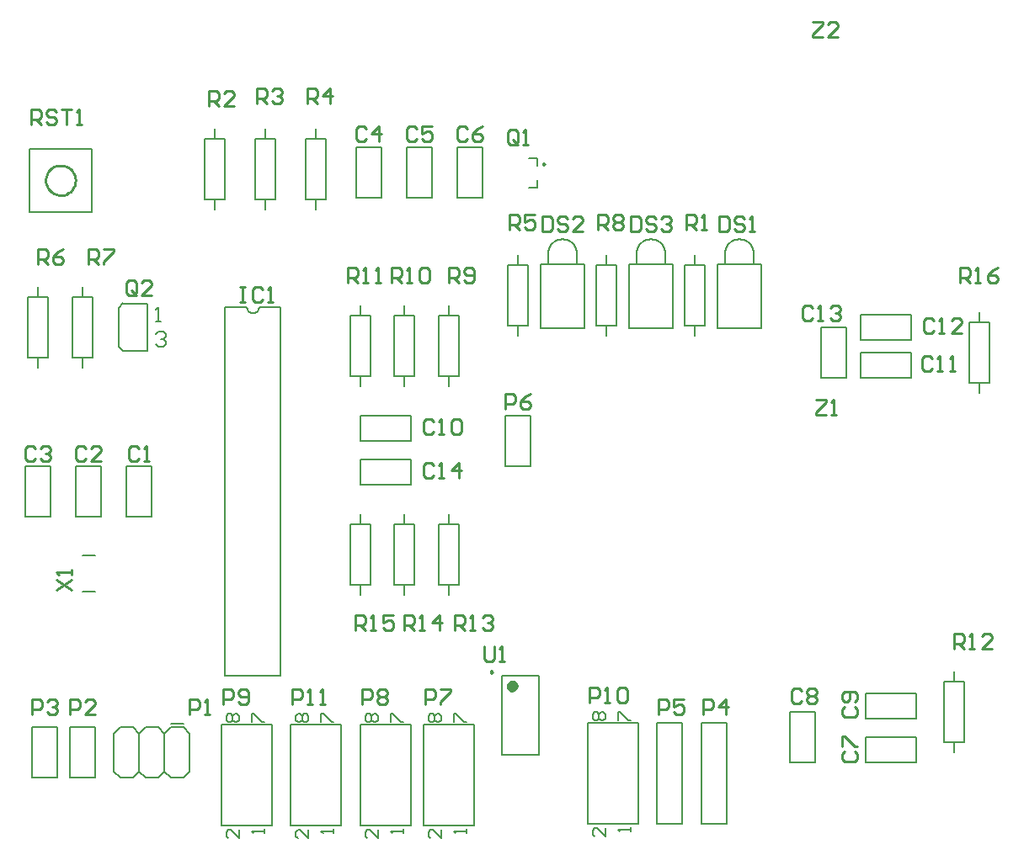
<source format=gto>
G04*
G04 #@! TF.GenerationSoftware,Altium Limited,Altium Designer,19.0.10 (269)*
G04*
G04 Layer_Color=65535*
%FSLAX24Y24*%
%MOIN*%
G70*
G01*
G75*
%ADD10C,0.0098*%
%ADD11C,0.0050*%
%ADD12C,0.0100*%
%ADD13C,0.0236*%
%ADD14C,0.0079*%
%ADD15C,0.0080*%
%ADD16C,0.0059*%
D10*
X21043Y29459D02*
X20969Y29501D01*
Y29416D01*
X21043Y29459D01*
X18976Y9346D02*
X18903Y9389D01*
Y9304D01*
X18976Y9346D01*
D11*
X29321Y25915D02*
X29312Y26014D01*
X29286Y26111D01*
X29244Y26201D01*
X29187Y26282D01*
X29117Y26353D01*
X29035Y26410D01*
X28945Y26452D01*
X28849Y26478D01*
X28750Y26486D01*
X28651Y26478D01*
X28555Y26452D01*
X28465Y26410D01*
X28383Y26353D01*
X28313Y26282D01*
X28256Y26201D01*
X28214Y26111D01*
X28188Y26014D01*
X28179Y25915D01*
X9250Y23800D02*
X9269Y23704D01*
X9323Y23623D01*
X9404Y23569D01*
X9500Y23550D01*
X9596Y23569D01*
X9677Y23623D01*
X9731Y23704D01*
X9750Y23800D01*
X22321Y25915D02*
X22312Y26014D01*
X22286Y26111D01*
X22244Y26201D01*
X22187Y26282D01*
X22117Y26353D01*
X22035Y26410D01*
X21945Y26452D01*
X21849Y26478D01*
X21750Y26486D01*
X21651Y26478D01*
X21555Y26452D01*
X21465Y26410D01*
X21383Y26353D01*
X21313Y26282D01*
X21256Y26201D01*
X21214Y26111D01*
X21188Y26014D01*
X21179Y25915D01*
X25821D02*
X25812Y26014D01*
X25786Y26111D01*
X25744Y26201D01*
X25687Y26282D01*
X25617Y26353D01*
X25535Y26410D01*
X25445Y26452D01*
X25349Y26478D01*
X25250Y26486D01*
X25151Y26478D01*
X25055Y26452D01*
X24965Y26410D01*
X24883Y26353D01*
X24813Y26282D01*
X24756Y26201D01*
X24714Y26111D01*
X24688Y26014D01*
X24679Y25915D01*
X27884Y22963D02*
X29616D01*
X27884D02*
Y25482D01*
X29616D01*
Y22963D02*
Y25482D01*
X28179D02*
Y25915D01*
X29321Y25482D02*
Y25915D01*
X8400Y9200D02*
X10600D01*
Y23800D01*
X9750D02*
X10600D01*
X8400Y9200D02*
Y23800D01*
X9250D01*
X20884Y22963D02*
X22616D01*
X20884D02*
Y25482D01*
X22616D01*
Y22963D02*
Y25482D01*
X21179D02*
Y25915D01*
X22321Y25482D02*
Y25915D01*
X24384Y22963D02*
X26116D01*
X24384D02*
Y25482D01*
X26116D01*
Y22963D02*
Y25482D01*
X24679D02*
Y25915D01*
X25821Y25482D02*
Y25915D01*
D12*
X2472Y28825D02*
X2464Y28925D01*
X2439Y29022D01*
X2397Y29113D01*
X2341Y29196D01*
X2272Y29268D01*
X2192Y29328D01*
X2102Y29373D01*
X2006Y29402D01*
X1907Y29415D01*
X1807Y29411D01*
X1709Y29389D01*
X1616Y29352D01*
X1531Y29300D01*
X1456Y29233D01*
X1393Y29155D01*
X1344Y29068D01*
X1310Y28974D01*
X1293Y28875D01*
Y28775D01*
X1310Y28676D01*
X1344Y28582D01*
X1393Y28494D01*
X1456Y28416D01*
X1531Y28350D01*
X1616Y28297D01*
X1709Y28260D01*
X1807Y28239D01*
X1907Y28235D01*
X2006Y28248D01*
X2102Y28277D01*
X2192Y28322D01*
X2272Y28381D01*
X2341Y28454D01*
X2397Y28537D01*
X2439Y28628D01*
X2464Y28725D01*
X2472Y28825D01*
X31666Y35113D02*
X32066D01*
Y35013D01*
X31666Y34613D01*
Y34513D01*
X32066D01*
X32666D02*
X32266D01*
X32666Y34913D01*
Y35013D01*
X32566Y35113D01*
X32366D01*
X32266Y35013D01*
X31774Y20142D02*
X32174D01*
Y20042D01*
X31774Y19642D01*
Y19542D01*
X32174D01*
X32374D02*
X32574D01*
X32474D01*
Y20142D01*
X32374Y20042D01*
X1725Y12599D02*
X2325Y12999D01*
X1725D02*
X2325Y12599D01*
Y13199D02*
Y13399D01*
Y13299D01*
X1725D01*
X1825Y13199D01*
X18644Y10349D02*
Y9849D01*
X18744Y9749D01*
X18943D01*
X19043Y9849D01*
Y10349D01*
X19243Y9749D02*
X19443D01*
X19343D01*
Y10349D01*
X19243Y10249D01*
X707Y31040D02*
Y31640D01*
X1007D01*
X1107Y31540D01*
Y31340D01*
X1007Y31240D01*
X707D01*
X907D02*
X1107Y31040D01*
X1707Y31540D02*
X1607Y31640D01*
X1407D01*
X1307Y31540D01*
Y31440D01*
X1407Y31340D01*
X1607D01*
X1707Y31240D01*
Y31140D01*
X1607Y31040D01*
X1407D01*
X1307Y31140D01*
X1907Y31640D02*
X2306D01*
X2106D01*
Y31040D01*
X2506D02*
X2706D01*
X2606D01*
Y31640D01*
X2506Y31540D01*
X37500Y24750D02*
Y25350D01*
X37800D01*
X37900Y25250D01*
Y25050D01*
X37800Y24950D01*
X37500D01*
X37700D02*
X37900Y24750D01*
X38100D02*
X38300D01*
X38200D01*
Y25350D01*
X38100Y25250D01*
X39000Y25350D02*
X38800Y25250D01*
X38600Y25050D01*
Y24850D01*
X38700Y24750D01*
X38900D01*
X39000Y24850D01*
Y24950D01*
X38900Y25050D01*
X38600D01*
X13547Y11000D02*
Y11600D01*
X13847D01*
X13947Y11500D01*
Y11300D01*
X13847Y11200D01*
X13547D01*
X13747D02*
X13947Y11000D01*
X14147D02*
X14347D01*
X14247D01*
Y11600D01*
X14147Y11500D01*
X15047Y11600D02*
X14647D01*
Y11300D01*
X14847Y11400D01*
X14947D01*
X15047Y11300D01*
Y11100D01*
X14947Y11000D01*
X14747D01*
X14647Y11100D01*
X15500Y11000D02*
Y11600D01*
X15800D01*
X15900Y11500D01*
Y11300D01*
X15800Y11200D01*
X15500D01*
X15700D02*
X15900Y11000D01*
X16100D02*
X16300D01*
X16200D01*
Y11600D01*
X16100Y11500D01*
X16900Y11000D02*
Y11600D01*
X16600Y11300D01*
X17000D01*
X17500Y11000D02*
Y11600D01*
X17800D01*
X17900Y11500D01*
Y11300D01*
X17800Y11200D01*
X17500D01*
X17700D02*
X17900Y11000D01*
X18100D02*
X18300D01*
X18200D01*
Y11600D01*
X18100Y11500D01*
X18600D02*
X18700Y11600D01*
X18900D01*
X19000Y11500D01*
Y11400D01*
X18900Y11300D01*
X18800D01*
X18900D01*
X19000Y11200D01*
Y11100D01*
X18900Y11000D01*
X18700D01*
X18600Y11100D01*
X37250Y10250D02*
Y10850D01*
X37550D01*
X37650Y10750D01*
Y10550D01*
X37550Y10450D01*
X37250D01*
X37450D02*
X37650Y10250D01*
X37850D02*
X38050D01*
X37950D01*
Y10850D01*
X37850Y10750D01*
X38750Y10250D02*
X38350D01*
X38750Y10650D01*
Y10750D01*
X38650Y10850D01*
X38450D01*
X38350Y10750D01*
X13250Y24750D02*
Y25350D01*
X13550D01*
X13650Y25250D01*
Y25050D01*
X13550Y24950D01*
X13250D01*
X13450D02*
X13650Y24750D01*
X13850D02*
X14050D01*
X13950D01*
Y25350D01*
X13850Y25250D01*
X14350Y24750D02*
X14550D01*
X14450D01*
Y25350D01*
X14350Y25250D01*
X15000Y24750D02*
Y25350D01*
X15300D01*
X15400Y25250D01*
Y25050D01*
X15300Y24950D01*
X15000D01*
X15200D02*
X15400Y24750D01*
X15600D02*
X15800D01*
X15700D01*
Y25350D01*
X15600Y25250D01*
X16100D02*
X16200Y25350D01*
X16400D01*
X16500Y25250D01*
Y24850D01*
X16400Y24750D01*
X16200D01*
X16100Y24850D01*
Y25250D01*
X17238Y24750D02*
Y25350D01*
X17538D01*
X17638Y25250D01*
Y25050D01*
X17538Y24950D01*
X17238D01*
X17438D02*
X17638Y24750D01*
X17838Y24850D02*
X17938Y24750D01*
X18138D01*
X18238Y24850D01*
Y25250D01*
X18138Y25350D01*
X17938D01*
X17838Y25250D01*
Y25150D01*
X17938Y25050D01*
X18238D01*
X23165Y26865D02*
Y27465D01*
X23465D01*
X23565Y27365D01*
Y27165D01*
X23465Y27065D01*
X23165D01*
X23365D02*
X23565Y26865D01*
X23765Y27365D02*
X23865Y27465D01*
X24065D01*
X24165Y27365D01*
Y27265D01*
X24065Y27165D01*
X24165Y27065D01*
Y26965D01*
X24065Y26865D01*
X23865D01*
X23765Y26965D01*
Y27065D01*
X23865Y27165D01*
X23765Y27265D01*
Y27365D01*
X23865Y27165D02*
X24065D01*
X3000Y25500D02*
Y26100D01*
X3300D01*
X3400Y26000D01*
Y25800D01*
X3300Y25700D01*
X3000D01*
X3200D02*
X3400Y25500D01*
X3600Y26100D02*
X4000D01*
Y26000D01*
X3600Y25600D01*
Y25500D01*
X1000D02*
Y26100D01*
X1300D01*
X1400Y26000D01*
Y25800D01*
X1300Y25700D01*
X1000D01*
X1200D02*
X1400Y25500D01*
X2000Y26100D02*
X1800Y26000D01*
X1600Y25800D01*
Y25600D01*
X1700Y25500D01*
X1900D01*
X2000Y25600D01*
Y25700D01*
X1900Y25800D01*
X1600D01*
X19665Y26865D02*
Y27465D01*
X19965D01*
X20065Y27365D01*
Y27165D01*
X19965Y27065D01*
X19665D01*
X19865D02*
X20065Y26865D01*
X20665Y27465D02*
X20265D01*
Y27165D01*
X20465Y27265D01*
X20565D01*
X20665Y27165D01*
Y26965D01*
X20565Y26865D01*
X20365D01*
X20265Y26965D01*
X11665Y31865D02*
Y32465D01*
X11965D01*
X12065Y32365D01*
Y32165D01*
X11965Y32065D01*
X11665D01*
X11865D02*
X12065Y31865D01*
X12565D02*
Y32465D01*
X12265Y32165D01*
X12665D01*
X9665Y31865D02*
Y32465D01*
X9965D01*
X10065Y32365D01*
Y32165D01*
X9965Y32065D01*
X9665D01*
X9865D02*
X10065Y31865D01*
X10265Y32365D02*
X10365Y32465D01*
X10565D01*
X10665Y32365D01*
Y32265D01*
X10565Y32165D01*
X10465D01*
X10565D01*
X10665Y32065D01*
Y31965D01*
X10565Y31865D01*
X10365D01*
X10265Y31965D01*
X7750Y31750D02*
Y32350D01*
X8050D01*
X8150Y32250D01*
Y32050D01*
X8050Y31950D01*
X7750D01*
X7950D02*
X8150Y31750D01*
X8750D02*
X8350D01*
X8750Y32150D01*
Y32250D01*
X8650Y32350D01*
X8450D01*
X8350Y32250D01*
X26665Y26865D02*
Y27465D01*
X26965D01*
X27065Y27365D01*
Y27165D01*
X26965Y27065D01*
X26665D01*
X26865D02*
X27065Y26865D01*
X27265D02*
X27465D01*
X27365D01*
Y27465D01*
X27265Y27365D01*
X4900Y24350D02*
Y24750D01*
X4800Y24850D01*
X4600D01*
X4500Y24750D01*
Y24350D01*
X4600Y24250D01*
X4800D01*
X4700Y24450D02*
X4900Y24250D01*
X4800D02*
X4900Y24350D01*
X5500Y24250D02*
X5100D01*
X5500Y24650D01*
Y24750D01*
X5400Y24850D01*
X5200D01*
X5100Y24750D01*
X19997Y30329D02*
Y30729D01*
X19898Y30829D01*
X19698D01*
X19598Y30729D01*
Y30329D01*
X19698Y30229D01*
X19898D01*
X19798Y30429D02*
X19997Y30229D01*
X19898D02*
X19997Y30329D01*
X20197Y30229D02*
X20397D01*
X20297D01*
Y30829D01*
X20197Y30729D01*
X11065Y8065D02*
Y8665D01*
X11365D01*
X11465Y8565D01*
Y8365D01*
X11365Y8265D01*
X11065D01*
X11665Y8065D02*
X11865D01*
X11765D01*
Y8665D01*
X11665Y8565D01*
X12165Y8065D02*
X12365D01*
X12265D01*
Y8665D01*
X12165Y8565D01*
X22815Y8144D02*
Y8744D01*
X23115D01*
X23215Y8644D01*
Y8444D01*
X23115Y8344D01*
X22815D01*
X23415Y8144D02*
X23615D01*
X23515D01*
Y8744D01*
X23415Y8644D01*
X23915D02*
X24015Y8744D01*
X24215D01*
X24315Y8644D01*
Y8244D01*
X24215Y8144D01*
X24015D01*
X23915Y8244D01*
Y8644D01*
X8315Y8065D02*
Y8665D01*
X8615D01*
X8715Y8565D01*
Y8365D01*
X8615Y8265D01*
X8315D01*
X8915Y8165D02*
X9015Y8065D01*
X9215D01*
X9315Y8165D01*
Y8565D01*
X9215Y8665D01*
X9015D01*
X8915Y8565D01*
Y8465D01*
X9015Y8365D01*
X9315D01*
X13815Y8065D02*
Y8665D01*
X14115D01*
X14215Y8565D01*
Y8365D01*
X14115Y8265D01*
X13815D01*
X14415Y8565D02*
X14515Y8665D01*
X14715D01*
X14815Y8565D01*
Y8465D01*
X14715Y8365D01*
X14815Y8265D01*
Y8165D01*
X14715Y8065D01*
X14515D01*
X14415Y8165D01*
Y8265D01*
X14515Y8365D01*
X14415Y8465D01*
Y8565D01*
X14515Y8365D02*
X14715D01*
X16315Y8065D02*
Y8665D01*
X16615D01*
X16715Y8565D01*
Y8365D01*
X16615Y8265D01*
X16315D01*
X16915Y8665D02*
X17315D01*
Y8565D01*
X16915Y8165D01*
Y8065D01*
X19500Y19750D02*
Y20350D01*
X19800D01*
X19900Y20250D01*
Y20050D01*
X19800Y19950D01*
X19500D01*
X20500Y20350D02*
X20300Y20250D01*
X20100Y20050D01*
Y19850D01*
X20200Y19750D01*
X20400D01*
X20500Y19850D01*
Y19950D01*
X20400Y20050D01*
X20100D01*
X25565Y7664D02*
Y8264D01*
X25865D01*
X25965Y8164D01*
Y7964D01*
X25865Y7864D01*
X25565D01*
X26565Y8264D02*
X26165D01*
Y7964D01*
X26365Y8064D01*
X26465D01*
X26565Y7964D01*
Y7764D01*
X26465Y7664D01*
X26265D01*
X26165Y7764D01*
X27315Y7664D02*
Y8264D01*
X27615D01*
X27715Y8164D01*
Y7964D01*
X27615Y7864D01*
X27315D01*
X28215Y7664D02*
Y8264D01*
X27915Y7964D01*
X28315D01*
X750Y7657D02*
Y8257D01*
X1050D01*
X1150Y8157D01*
Y7957D01*
X1050Y7857D01*
X750D01*
X1350Y8157D02*
X1450Y8257D01*
X1650D01*
X1750Y8157D01*
Y8057D01*
X1650Y7957D01*
X1550D01*
X1650D01*
X1750Y7857D01*
Y7757D01*
X1650Y7657D01*
X1450D01*
X1350Y7757D01*
X2250Y7657D02*
Y8257D01*
X2550D01*
X2650Y8157D01*
Y7957D01*
X2550Y7857D01*
X2250D01*
X3250Y7657D02*
X2850D01*
X3250Y8057D01*
Y8157D01*
X3150Y8257D01*
X2950D01*
X2850Y8157D01*
X7000Y7657D02*
Y8257D01*
X7300D01*
X7400Y8157D01*
Y7957D01*
X7300Y7857D01*
X7000D01*
X7600Y7657D02*
X7800D01*
X7700D01*
Y8257D01*
X7600Y8157D01*
X9000Y24600D02*
X9200D01*
X9100D01*
Y24000D01*
X9000D01*
X9200D01*
X9900Y24500D02*
X9800Y24600D01*
X9600D01*
X9500Y24500D01*
Y24100D01*
X9600Y24000D01*
X9800D01*
X9900Y24100D01*
X10100Y24000D02*
X10300D01*
X10200D01*
Y24600D01*
X10100Y24500D01*
X24455Y27415D02*
Y26815D01*
X24755D01*
X24855Y26915D01*
Y27315D01*
X24755Y27415D01*
X24455D01*
X25455Y27315D02*
X25355Y27415D01*
X25155D01*
X25055Y27315D01*
Y27215D01*
X25155Y27115D01*
X25355D01*
X25455Y27015D01*
Y26915D01*
X25355Y26815D01*
X25155D01*
X25055Y26915D01*
X25655Y27315D02*
X25755Y27415D01*
X25955D01*
X26054Y27315D01*
Y27215D01*
X25955Y27115D01*
X25855D01*
X25955D01*
X26054Y27015D01*
Y26915D01*
X25955Y26815D01*
X25755D01*
X25655Y26915D01*
X20955Y27415D02*
Y26815D01*
X21255D01*
X21355Y26915D01*
Y27315D01*
X21255Y27415D01*
X20955D01*
X21955Y27315D02*
X21855Y27415D01*
X21655D01*
X21555Y27315D01*
Y27215D01*
X21655Y27115D01*
X21855D01*
X21955Y27015D01*
Y26915D01*
X21855Y26815D01*
X21655D01*
X21555Y26915D01*
X22554Y26815D02*
X22155D01*
X22554Y27215D01*
Y27315D01*
X22455Y27415D01*
X22255D01*
X22155Y27315D01*
X27955Y27415D02*
Y26815D01*
X28255D01*
X28355Y26915D01*
Y27315D01*
X28255Y27415D01*
X27955D01*
X28955Y27315D02*
X28855Y27415D01*
X28655D01*
X28555Y27315D01*
Y27215D01*
X28655Y27115D01*
X28855D01*
X28955Y27015D01*
Y26915D01*
X28855Y26815D01*
X28655D01*
X28555Y26915D01*
X29155Y26815D02*
X29355D01*
X29255D01*
Y27415D01*
X29155Y27315D01*
X16650Y17545D02*
X16550Y17645D01*
X16350D01*
X16250Y17545D01*
Y17145D01*
X16350Y17045D01*
X16550D01*
X16650Y17145D01*
X16850Y17045D02*
X17050D01*
X16950D01*
Y17645D01*
X16850Y17545D01*
X17650Y17045D02*
Y17645D01*
X17350Y17345D01*
X17750D01*
X31650Y23750D02*
X31550Y23850D01*
X31350D01*
X31250Y23750D01*
Y23350D01*
X31350Y23250D01*
X31550D01*
X31650Y23350D01*
X31850Y23250D02*
X32050D01*
X31950D01*
Y23850D01*
X31850Y23750D01*
X32350D02*
X32450Y23850D01*
X32650D01*
X32750Y23750D01*
Y23650D01*
X32650Y23550D01*
X32550D01*
X32650D01*
X32750Y23450D01*
Y23350D01*
X32650Y23250D01*
X32450D01*
X32350Y23350D01*
X36463Y23250D02*
X36363Y23350D01*
X36163D01*
X36063Y23250D01*
Y22850D01*
X36163Y22750D01*
X36363D01*
X36463Y22850D01*
X36663Y22750D02*
X36863D01*
X36763D01*
Y23350D01*
X36663Y23250D01*
X37563Y22750D02*
X37163D01*
X37563Y23150D01*
Y23250D01*
X37463Y23350D01*
X37263D01*
X37163Y23250D01*
X36400Y21750D02*
X36300Y21850D01*
X36100D01*
X36000Y21750D01*
Y21350D01*
X36100Y21250D01*
X36300D01*
X36400Y21350D01*
X36600Y21250D02*
X36800D01*
X36700D01*
Y21850D01*
X36600Y21750D01*
X37100Y21250D02*
X37300D01*
X37200D01*
Y21850D01*
X37100Y21750D01*
X16650Y19250D02*
X16550Y19350D01*
X16350D01*
X16250Y19250D01*
Y18850D01*
X16350Y18750D01*
X16550D01*
X16650Y18850D01*
X16850Y18750D02*
X17050D01*
X16950D01*
Y19350D01*
X16850Y19250D01*
X17350D02*
X17450Y19350D01*
X17650D01*
X17750Y19250D01*
Y18850D01*
X17650Y18750D01*
X17450D01*
X17350Y18850D01*
Y19250D01*
X32915Y7965D02*
X32815Y7865D01*
Y7665D01*
X32915Y7565D01*
X33315D01*
X33415Y7665D01*
Y7865D01*
X33315Y7965D01*
Y8165D02*
X33415Y8265D01*
Y8465D01*
X33315Y8565D01*
X32915D01*
X32815Y8465D01*
Y8265D01*
X32915Y8165D01*
X33015D01*
X33115Y8265D01*
Y8565D01*
X31215Y8585D02*
X31115Y8685D01*
X30915D01*
X30815Y8585D01*
Y8185D01*
X30915Y8085D01*
X31115D01*
X31215Y8185D01*
X31415Y8585D02*
X31515Y8685D01*
X31715D01*
X31815Y8585D01*
Y8485D01*
X31715Y8385D01*
X31815Y8285D01*
Y8185D01*
X31715Y8085D01*
X31515D01*
X31415Y8185D01*
Y8285D01*
X31515Y8385D01*
X31415Y8485D01*
Y8585D01*
X31515Y8385D02*
X31715D01*
X32915Y6215D02*
X32815Y6115D01*
Y5915D01*
X32915Y5815D01*
X33315D01*
X33415Y5915D01*
Y6115D01*
X33315Y6215D01*
X32815Y6415D02*
Y6815D01*
X32915D01*
X33315Y6415D01*
X33415D01*
X17977Y30878D02*
X17877Y30978D01*
X17677D01*
X17577Y30878D01*
Y30478D01*
X17677Y30378D01*
X17877D01*
X17977Y30478D01*
X18576Y30978D02*
X18377Y30878D01*
X18177Y30678D01*
Y30478D01*
X18277Y30378D01*
X18476D01*
X18576Y30478D01*
Y30578D01*
X18476Y30678D01*
X18177D01*
X15977Y30878D02*
X15877Y30978D01*
X15677D01*
X15577Y30878D01*
Y30478D01*
X15677Y30378D01*
X15877D01*
X15977Y30478D01*
X16576Y30978D02*
X16177D01*
Y30678D01*
X16377Y30778D01*
X16476D01*
X16576Y30678D01*
Y30478D01*
X16476Y30378D01*
X16277D01*
X16177Y30478D01*
X13977Y30878D02*
X13877Y30978D01*
X13677D01*
X13577Y30878D01*
Y30478D01*
X13677Y30378D01*
X13877D01*
X13977Y30478D01*
X14476Y30378D02*
Y30978D01*
X14177Y30678D01*
X14576D01*
X900Y18200D02*
X800Y18300D01*
X600D01*
X500Y18200D01*
Y17800D01*
X600Y17700D01*
X800D01*
X900Y17800D01*
X1100Y18200D02*
X1200Y18300D01*
X1400D01*
X1500Y18200D01*
Y18100D01*
X1400Y18000D01*
X1300D01*
X1400D01*
X1500Y17900D01*
Y17800D01*
X1400Y17700D01*
X1200D01*
X1100Y17800D01*
X2900Y18200D02*
X2800Y18300D01*
X2600D01*
X2500Y18200D01*
Y17800D01*
X2600Y17700D01*
X2800D01*
X2900Y17800D01*
X3500Y17700D02*
X3100D01*
X3500Y18100D01*
Y18200D01*
X3400Y18300D01*
X3200D01*
X3100Y18200D01*
X5000D02*
X4900Y18300D01*
X4700D01*
X4600Y18200D01*
Y17800D01*
X4700Y17700D01*
X4900D01*
X5000Y17800D01*
X5200Y17700D02*
X5400D01*
X5300D01*
Y18300D01*
X5200Y18200D01*
D13*
X19872Y8795D02*
X19828Y8888D01*
X19728Y8910D01*
X19648Y8847D01*
Y8744D01*
X19728Y8680D01*
X19828Y8703D01*
X19872Y8795D01*
D14*
X13577Y28128D02*
Y30128D01*
Y28128D02*
X14577D01*
Y30128D01*
X13577D02*
X14577D01*
X2250Y5157D02*
X3250D01*
X2250D02*
Y7157D01*
X3250D01*
Y5157D02*
Y7157D01*
X20738Y28533D02*
Y28848D01*
X20423Y28533D02*
X20738D01*
Y29400D02*
Y29715D01*
X20423D02*
X20738D01*
X18577Y28128D02*
Y30128D01*
X17577D02*
X18577D01*
X17577Y28128D02*
Y30128D01*
Y28128D02*
X18577D01*
X16577D02*
Y30128D01*
X15577D02*
X16577D01*
X15577Y28128D02*
Y30128D01*
Y28128D02*
X16577D01*
X750Y5157D02*
X1750D01*
X750D02*
Y7157D01*
X1750D01*
Y5157D02*
Y7157D01*
X26600Y23050D02*
X27400D01*
X26600D02*
Y25450D01*
X27400D01*
Y23050D02*
Y25450D01*
X27000Y22650D02*
Y23050D01*
Y25450D02*
Y25850D01*
X11600Y28050D02*
X12400D01*
X11600D02*
Y30450D01*
X12400D01*
Y28050D02*
Y30450D01*
X12000Y27650D02*
Y28050D01*
Y30450D02*
Y30850D01*
X9600Y28050D02*
X10400D01*
X9600D02*
Y30450D01*
X10400D01*
Y28050D02*
Y30450D01*
X10000Y27650D02*
Y28050D01*
Y30450D02*
Y30850D01*
X27250Y3329D02*
X28250D01*
X27250D02*
Y7329D01*
X28250Y3329D02*
Y7329D01*
X27250D02*
X28250D01*
X600Y24200D02*
X1400D01*
Y21800D02*
Y24200D01*
X600Y21800D02*
X1400D01*
X600D02*
Y24200D01*
X1000D02*
Y24600D01*
Y21400D02*
Y21800D01*
X4195Y22224D02*
X4368Y22051D01*
X4195Y23776D02*
X4368Y23949D01*
Y23945D02*
X5305D01*
X4368Y22055D02*
X5305D01*
X4195Y22224D02*
Y23776D01*
X5305Y22055D02*
Y23945D01*
X25500Y3329D02*
X26500D01*
X25500D02*
Y7329D01*
X26500Y3329D02*
Y7329D01*
X25500D02*
X26500D01*
X2350Y24200D02*
X3150D01*
Y21800D02*
Y24200D01*
X2350Y21800D02*
X3150D01*
X2350D02*
Y24200D01*
X2750D02*
Y24600D01*
Y21400D02*
Y21800D01*
X7600Y30450D02*
X8400D01*
Y28050D02*
Y30450D01*
X7600Y28050D02*
X8400D01*
X7600D02*
Y30450D01*
X8000D02*
Y30850D01*
Y27650D02*
Y28050D01*
X3126Y27581D02*
Y30065D01*
X642D02*
X3126D01*
X642Y27581D02*
Y30065D01*
Y27581D02*
X3126D01*
X19600Y23050D02*
X20400D01*
X19600D02*
Y25450D01*
X20400D01*
Y23050D02*
Y25450D01*
X20000Y22650D02*
Y23050D01*
Y25450D02*
Y25850D01*
X23100Y23050D02*
X23900D01*
X23100D02*
Y25450D01*
X23900D01*
Y23050D02*
Y25450D01*
X23500Y22650D02*
Y23050D01*
Y25450D02*
Y25850D01*
X1500Y15500D02*
Y17500D01*
X500D02*
X1500D01*
X500Y15500D02*
Y17500D01*
Y15500D02*
X1500D01*
X3500D02*
Y17500D01*
X2500D02*
X3500D01*
X2500Y15500D02*
Y17500D01*
Y15500D02*
X3500D01*
X5500D02*
Y17500D01*
X4500D02*
X5500D01*
X4500Y15500D02*
Y17500D01*
Y15500D02*
X5500D01*
X19360Y6079D02*
X20817D01*
X19360Y9189D02*
X20817D01*
Y6079D02*
Y9189D01*
X19360Y6079D02*
Y9189D01*
X33563Y23500D02*
X35563D01*
X33563Y22500D02*
Y23500D01*
Y22500D02*
X35563D01*
Y23500D01*
X30750Y5750D02*
Y7750D01*
Y5750D02*
X31750D01*
Y7750D01*
X30750D02*
X31750D01*
X37850Y23200D02*
X38650D01*
Y20800D02*
Y23200D01*
X37850Y20800D02*
X38650D01*
X37850D02*
Y23200D01*
X38250D02*
Y23600D01*
Y20400D02*
Y20800D01*
X36850Y8950D02*
X37650D01*
Y6550D02*
Y8950D01*
X36850Y6550D02*
X37650D01*
X36850D02*
Y8950D01*
X37250D02*
Y9350D01*
Y6150D02*
Y6550D01*
X33000Y21000D02*
Y23000D01*
X32000D02*
X33000D01*
X32000Y21000D02*
Y23000D01*
Y21000D02*
X33000D01*
X33563D02*
X35563D01*
Y22000D01*
X33563D02*
X35563D01*
X33563Y21000D02*
Y22000D01*
X33750Y7500D02*
X35750D01*
Y8500D01*
X33750D02*
X35750D01*
X33750Y7500D02*
Y8500D01*
Y5750D02*
X35750D01*
Y6750D01*
X33750D02*
X35750D01*
X33750Y5750D02*
Y6750D01*
X13350Y15200D02*
X14150D01*
Y12800D02*
Y15200D01*
X13350Y12800D02*
X14150D01*
X13350D02*
Y15200D01*
X13750D02*
Y15600D01*
Y12400D02*
Y12800D01*
X16838D02*
X17638D01*
X16838D02*
Y15200D01*
X17638D01*
Y12800D02*
Y15200D01*
X17238Y12400D02*
Y12800D01*
Y15200D02*
Y15600D01*
X13350Y21050D02*
X14150D01*
X13350D02*
Y23450D01*
X14150D01*
Y21050D02*
Y23450D01*
X13750Y20650D02*
Y21050D01*
Y23450D02*
Y23850D01*
X16838Y23450D02*
X17638D01*
Y21050D02*
Y23450D01*
X16838Y21050D02*
X17638D01*
X16838D02*
Y23450D01*
X17238D02*
Y23850D01*
Y20650D02*
Y21050D01*
X15100Y12800D02*
X15900D01*
X15100D02*
Y15200D01*
X15900D01*
Y12800D02*
Y15200D01*
X15500Y12400D02*
Y12800D01*
Y15200D02*
Y15600D01*
X15100Y23450D02*
X15900D01*
Y21050D02*
Y23450D01*
X15100Y21050D02*
X15900D01*
X15100D02*
Y23450D01*
X15500D02*
Y23850D01*
Y20650D02*
Y21050D01*
X13750Y16750D02*
X15750D01*
Y17750D01*
X13750D02*
X15750D01*
X13750Y16750D02*
Y17750D01*
Y18500D02*
X15750D01*
Y19500D01*
X13750D02*
X15750D01*
X13750Y18500D02*
Y19500D01*
X19500D02*
X20500D01*
Y17500D02*
Y19500D01*
X19500Y17500D02*
X20500D01*
X19500D02*
Y19500D01*
X24750Y3329D02*
Y7329D01*
X22750Y3329D02*
Y7329D01*
Y3329D02*
X24750D01*
X22750Y7329D02*
X24750D01*
X18250Y3250D02*
Y7250D01*
X16250Y3250D02*
Y7250D01*
Y3250D02*
X18250D01*
X16250Y7250D02*
X18250D01*
X13000Y3250D02*
Y7250D01*
X11000Y3250D02*
Y7250D01*
Y3250D02*
X13000D01*
X11000Y7250D02*
X13000D01*
X15750Y3250D02*
Y7250D01*
X13750Y3250D02*
Y7250D01*
Y3250D02*
X15750D01*
X13750Y7250D02*
X15750D01*
X10250Y3250D02*
Y7250D01*
X8250Y3250D02*
Y7250D01*
Y3250D02*
X10250D01*
X8250Y7250D02*
X10250D01*
D15*
X6750Y7157D02*
X7000Y6907D01*
X6000D02*
X6250Y7157D01*
X5750D02*
X6000Y6907D01*
X5000D02*
X5250Y7157D01*
X4750D02*
X5000Y6907D01*
X4000D02*
X4250Y7157D01*
X7000Y5407D02*
Y6907D01*
X6750Y5157D02*
X7000Y5407D01*
X6250Y5157D02*
X6750D01*
X6000Y5407D02*
X6250Y5157D01*
X5750D02*
X6000Y5407D01*
X5250Y5157D02*
X5750D01*
X5000Y5407D02*
X5250Y5157D01*
X4750D02*
X5000Y5407D01*
X4250Y5157D02*
X4750D01*
X4000Y5407D02*
X4250Y5157D01*
X6000Y5407D02*
Y6907D01*
X5000Y5407D02*
Y6907D01*
X4000Y5407D02*
Y6907D01*
X4250Y7157D02*
X4750D01*
X5250D02*
X5750D01*
X6250D02*
X6750D01*
X6250Y7289D02*
X6750D01*
X2740Y13960D02*
X3256D01*
X2740Y12541D02*
X3256D01*
X23450Y3162D02*
Y2829D01*
X23117Y3162D01*
X23033D01*
X22950Y3079D01*
Y2912D01*
X23033Y2829D01*
X24450Y3029D02*
Y3195D01*
Y3112D01*
X23950D01*
X24033Y3029D01*
X23950Y7429D02*
Y7762D01*
X24033D01*
X24367Y7429D01*
X24450D01*
X23033D02*
X22950Y7512D01*
Y7679D01*
X23033Y7762D01*
X23117D01*
X23200Y7679D01*
X23283Y7762D01*
X23367D01*
X23450Y7679D01*
Y7512D01*
X23367Y7429D01*
X23283D01*
X23200Y7512D01*
X23117Y7429D01*
X23033D01*
X23200Y7512D02*
Y7679D01*
X16950Y3083D02*
Y2750D01*
X16617Y3083D01*
X16533D01*
X16450Y3000D01*
Y2833D01*
X16533Y2750D01*
X17950Y2950D02*
Y3117D01*
Y3033D01*
X17450D01*
X17533Y2950D01*
X17450Y7350D02*
Y7683D01*
X17533D01*
X17867Y7350D01*
X17950D01*
X16533D02*
X16450Y7433D01*
Y7600D01*
X16533Y7683D01*
X16617D01*
X16700Y7600D01*
X16783Y7683D01*
X16867D01*
X16950Y7600D01*
Y7433D01*
X16867Y7350D01*
X16783D01*
X16700Y7433D01*
X16617Y7350D01*
X16533D01*
X16700Y7433D02*
Y7600D01*
X11700Y3083D02*
Y2750D01*
X11367Y3083D01*
X11283D01*
X11200Y3000D01*
Y2833D01*
X11283Y2750D01*
X12700Y2950D02*
Y3117D01*
Y3033D01*
X12200D01*
X12283Y2950D01*
X12200Y7350D02*
Y7683D01*
X12283D01*
X12617Y7350D01*
X12700D01*
X11283D02*
X11200Y7433D01*
Y7600D01*
X11283Y7683D01*
X11367D01*
X11450Y7600D01*
X11533Y7683D01*
X11617D01*
X11700Y7600D01*
Y7433D01*
X11617Y7350D01*
X11533D01*
X11450Y7433D01*
X11367Y7350D01*
X11283D01*
X11450Y7433D02*
Y7600D01*
X14450Y3083D02*
Y2750D01*
X14117Y3083D01*
X14033D01*
X13950Y3000D01*
Y2833D01*
X14033Y2750D01*
X15450Y2950D02*
Y3117D01*
Y3033D01*
X14950D01*
X15033Y2950D01*
X14950Y7350D02*
Y7683D01*
X15033D01*
X15367Y7350D01*
X15450D01*
X14033D02*
X13950Y7433D01*
Y7600D01*
X14033Y7683D01*
X14117D01*
X14200Y7600D01*
X14283Y7683D01*
X14367D01*
X14450Y7600D01*
Y7433D01*
X14367Y7350D01*
X14283D01*
X14200Y7433D01*
X14117Y7350D01*
X14033D01*
X14200Y7433D02*
Y7600D01*
X8950Y3083D02*
Y2750D01*
X8617Y3083D01*
X8533D01*
X8450Y3000D01*
Y2833D01*
X8533Y2750D01*
X9950Y2950D02*
Y3117D01*
Y3033D01*
X9450D01*
X9533Y2950D01*
X9450Y7350D02*
Y7683D01*
X9533D01*
X9867Y7350D01*
X9950D01*
X8533D02*
X8450Y7433D01*
Y7600D01*
X8533Y7683D01*
X8617D01*
X8700Y7600D01*
X8783Y7683D01*
X8867D01*
X8950Y7600D01*
Y7433D01*
X8867Y7350D01*
X8783D01*
X8700Y7433D01*
X8617Y7350D01*
X8533D01*
X8700Y7433D02*
Y7600D01*
D16*
X5646Y23219D02*
X5842D01*
X5744D01*
Y23809D01*
X5646Y23710D01*
Y22719D02*
X5744Y22818D01*
X5941D01*
X6039Y22719D01*
Y22621D01*
X5941Y22522D01*
X5842D01*
X5941D01*
X6039Y22424D01*
Y22326D01*
X5941Y22227D01*
X5744D01*
X5646Y22326D01*
M02*

</source>
